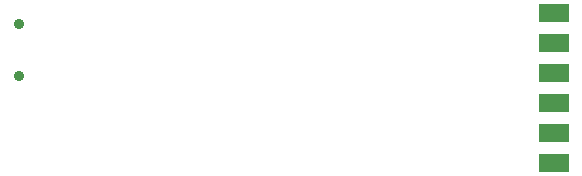
<source format=gbs>
G04 #@! TF.FileFunction,Soldermask,Bot*
%FSLAX46Y46*%
G04 Gerber Fmt 4.6, Leading zero omitted, Abs format (unit mm)*
G04 Created by KiCad (PCBNEW 4.0.0-rc1-stable) date 11/29/2015 8:31:11 PM*
%MOMM*%
G01*
G04 APERTURE LIST*
%ADD10C,0.100000*%
%ADD11R,2.540000X1.524000*%
%ADD12C,0.899160*%
G04 APERTURE END LIST*
D10*
D11*
X177800000Y-97790000D03*
X177800000Y-100330000D03*
X177800000Y-102870000D03*
X177800000Y-105410000D03*
X177800000Y-107950000D03*
X177800000Y-110490000D03*
D12*
X132539740Y-98770440D03*
X132539740Y-103169720D03*
M02*

</source>
